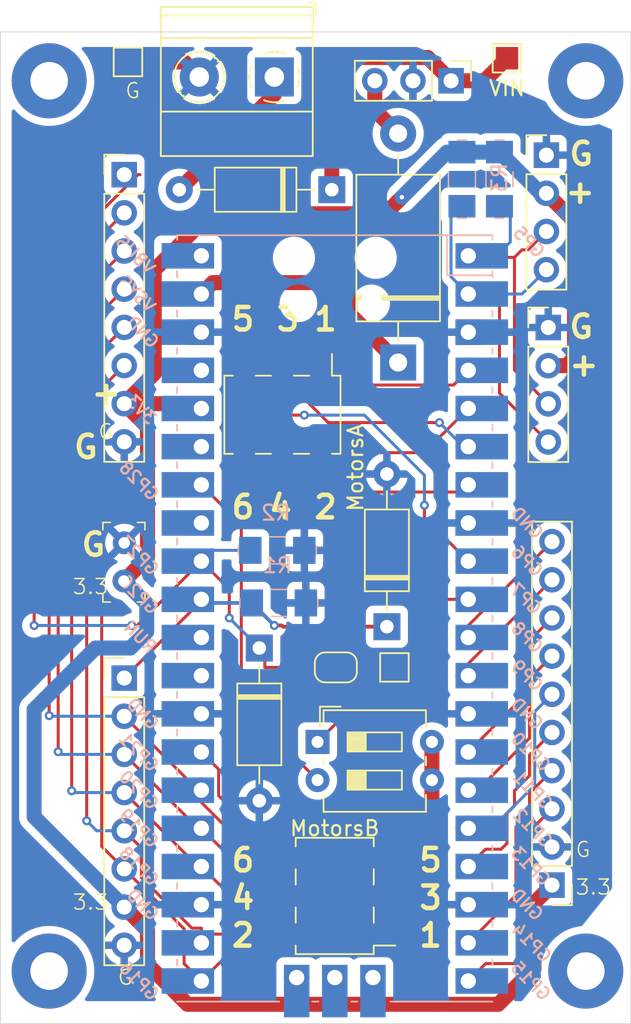
<source format=kicad_pcb>
(kicad_pcb (version 20240108) (generator "pcbnew") (generator_version "8.0")
  (layers (0 "F.Cu" signal) (31 "B.Cu" signal) (34 "B.Paste" user) (35 "F.Paste" user) (36 "B.SilkS" user "B.Silkscreen") (37 "F.SilkS" user "F.Silkscreen") (38 "B.Mask" user) (39 "F.Mask" user) (44 "Edge.Cuts" user))
  (net 0 "")
  (net 1 "+5V")
  (net 2 "Net-(D1-K)")
  (net 3 "GND")
  (net 4 "Net-(J1-Pin_10)")
  (net 5 "Net-(J1-Pin_7)")
  (net 6 "Net-(J1-Pin_6)")
  (net 7 "Net-(J1-Pin_4)")
  (net 8 "Net-(J1-Pin_5)")
  (net 9 "Net-(J1-Pin_8)")
  (net 10 "Net-(J1-Pin_3)")
  (net 11 "Net-(J1-Pin_9)")
  (net 12 "Net-(J2-Pin_2)")
  (net 13 "Net-(J2-Pin_4)")
  (net 14 "Net-(J2-Pin_3)")
  (net 15 "Net-(J2-Pin_6)")
  (net 16 "Net-(J2-Pin_5)")
  (net 17 "Net-(I2C1-Pin_4)")
  (net 22 "Net-(I2C1-Pin_3)")
  (net 27 "Net-(D2-A)")
  (net 28 "+3.3V")
  (net 29 "Net-(MotorsA1-Pin_4)")
  (net 30 "Net-(MotorsA1-Pin_2)")
  (net 31 "Net-(MotorsA1-Pin_3)")
  (net 32 "Net-(MotorsA1-Pin_1)")
  (net 33 "Net-(MotorsA1-Pin_5)")
  (net 34 "Net-(MotorsA1-Pin_6)")
  (net 35 "Net-(MotorsB1-Pin_6)")
  (net 36 "Net-(D3-K)")
  (net 37 "Net-(D4-K)")
  (net 38 "Net-(U1-GPIO28_ADC2)")
  (net 40 "Net-(D2-K)")
  (net 50 "Net-(JP1-A)")
  (footprint "Connector_PinHeader_2.54mm:PinHeader_1x04_P2.54mm_Vertical" (layer "F.Cu") (at 148.125 65.7)
    (property "Reference" "I2C1" (hide yes))
    (property "Value" "Conn_01x04_Pin" (hide yes))
  )
  (footprint "digikey-footprints:PinHeader_1x2_P2.54mm" (layer "F.Cu") (at 119.98 94.04 90)
    (property "Reference" "J4" (hide yes))
    (property "Value" "Conn_01x02_Socket" (hide yes))
  )
  (footprint "TestPoint:TestPoint_Pad_1.5x1.5mm" (layer "F.Cu") (at 145.5 59.25 180)
    (property "Reference" "VIN")
    (property "Value" "TestPoint" (hide yes))
  )
  (footprint "MountingHole:MountingHole_2.5mm_Pad" (layer "F.Cu") (at 150.75 60.75)
    (property "Reference" "H2" (hide yes))
    (property "Value" "MountingHole" (hide yes))
  )
  (footprint "TestPoint:TestPoint_Pad_1.5x1.5mm" (layer "F.Cu") (at 120.25 59.5 180)
    (property "Reference" "GND2" (hide yes))
    (property "Value" "TestPoint" (hide yes))
  )
  (footprint "Diode_THT:D_DO-27_P15.24mm_Horizontal" (layer "F.Cu") (at 138.25 79.5 90)
    (property "Reference" "D1" (hide yes))
    (property "Value" "D_Schottky" (hide yes))
  )
  (footprint "Connector_PinHeader_2.54mm:PinHeader_1x04_P2.54mm_Vertical" (layer "F.Cu") (at 148.25 77.17)
    (property "Reference" "I2C2" (hide yes))
    (property "Value" "Conn_01x04_Pin" (hide yes))
  )
  (footprint "Diode_THT:D_A-405_P10.16mm_Horizontal" (layer "F.Cu") (at 133.83 68 180)
    (property "Reference" "D2" (hide yes))
    (property "Value" "D")
  )
  (footprint "MountingHole:MountingHole_2.5mm_Pad" (layer "F.Cu") (at 115 60.75)
    (property "Reference" "H1" (hide yes))
    (property "Value" "MountingHole" (hide yes))
  )
  (footprint "Jumper:SolderJumper-2_P1.3mm_Open_RoundedPad1.0x1.5mm" (layer "F.Cu") (at 134.1 99.79 180)
    (property "Reference" "JP1" (hide yes))
    (property "Value" "SolderJumper_2_Open" (hide yes))
  )
  (footprint "Connector_PinHeader_2.54mm:PinHeader_1x08_P2.54mm_Vertical" (layer "F.Cu") (at 120 100.5)
    (property "Reference" "J2" (hide yes))
    (property "Value" "Conn_01x08_Socket" (hide yes))
  )
  (footprint "Connector_PinHeader_2.54mm:PinHeader_2x03_P2.54mm_Vertical_SMD" (layer "F.Cu") (at 130.54 82.975 -90)
    (property "Reference" "MotorsA")
    (property "Value" "Conn_01x06_Pin" (hide yes))
  )
  (footprint "MountingHole:MountingHole_2.5mm_Pad" (layer "F.Cu") (at 150.75 120)
    (property "Reference" "H4" (hide yes))
    (property "Value" "MountingHole" (hide yes))
  )
  (footprint "Connector_PinHeader_2.54mm:PinHeader_1x03_P2.54mm_Vertical" (layer "F.Cu") (at 141.775 60.75 -90)
    (property "Reference" "VReg1" (hide yes))
    (property "Value" "Conn_01x03_Pin" (hide yes))
  )
  (footprint "Button_Switch_THT:SW_DIP_SPSTx02_Slide_6.7x6.64mm_W7.62mm_P2.54mm_LowProfile" (layer "F.Cu") (at 132.88 104.75)
    (property "Reference" "SW2" (hide yes))
    (property "Value" "SW_DIP_x02" (hide yes))
  )
  (footprint "TestPoint:TestPoint_Pad_1.5x1.5mm" (layer "F.Cu") (at 138 99.79)
    (property "Reference" "SW1" (hide yes))
    (property "Value" "TestPoint" (hide yes))
  )
  (footprint "Connector_PinHeader_2.54mm:PinHeader_1x08_P2.54mm_Vertical" (layer "F.Cu") (at 120 67)
    (property "Reference" "J3" (hide yes))
    (property "Value" "Conn_01x08_Socket" (hide yes))
  )
  (footprint "Diode_THT:D_A-405_P10.16mm_Horizontal" (layer "F.Cu") (at 137.5 97.08 90)
    (property "Reference" "D4" (hide yes))
    (property "Value" "D" (hide yes))
  )
  (footprint "Diode_THT:D_A-405_P10.16mm_Horizontal" (layer "F.Cu") (at 129 98.5 -90)
    (property "Reference" "D3" (hide yes))
    (property "Value" "D")
  )
  (footprint "TerminalBlock_Phoenix:TerminalBlock_Phoenix_MKDS-1,5-2_1x02_P5.00mm_Horizontal" (layer "F.Cu") (at 130 60.5 180)
    (property "Reference" "Vin1" (hide yes))
    (property "Value" "Screw_Terminal_01x02" (hide yes))
  )
  (footprint "MountingHole:MountingHole_2.5mm_Pad" (layer "F.Cu") (at 115 120)
    (property "Reference" "H3" (hide yes))
    (property "Value" "MountingHole" (hide yes))
  )
  (footprint "Connector_PinHeader_2.54mm:PinHeader_1x10_P2.54mm_Vertical" (layer "F.Cu") (at 148.5 114.28 180)
    (property "Reference" "J1" (hide yes))
    (property "Value" "Conn_01x10_Socket" (hide yes))
  )
  (footprint "Connector_PinHeader_2.54mm:PinHeader_2x03_P2.54mm_Vertical_SMD" (layer "F.Cu") (at 134.025 115 180)
    (property "Reference" "MotorsB")
    (property "Value" "Conn_01x06_Pin" (hide yes))
  )
  (footprint "digikey-footprints:1206" (layer "B.Cu") (at 130.3 95.5 180)
    (property "Reference" "R1")
    (property "Value" "R" (hide yes))
  )
  (footprint "pico:RPi_Pico_SMD_TH" (layer "B.Cu") (at 134.029998 96.53 180)
    (property "Reference" "U1" (hide yes))
    (property "Value" "Pico")
  )
  (footprint "digikey-footprints:1206" (layer "B.Cu") (at 145 67.3 -90)
    (property "Reference" "R4" (hide yes))
    (property "Value" "R")
  )
  (footprint "digikey-footprints:1206" (layer "B.Cu") (at 130.2 92 180)
    (property "Reference" "R2")
    (property "Value" "R")
  )
  (footprint "digikey-footprints:1206" (layer "B.Cu") (at 142.5 67.3 90)
    (property "Reference" "R3")
    (property "Value" "R")
  )
  (gr_rect (start 111.75 57.5) (end 153.75 123.5) (stroke (width 0.05)) (fill none) (layer "Edge.Cuts"))
  (gr_text "G" (at 149.5 78 0) (layer "F.SilkS") (effects (font (size 1.5 1.5) (thickness 0.3) (bold yes)) (justify left bottom)))
  (gr_text "6" (at 127 113.5 0) (layer "F.SilkS") (effects (font (size 1.5 1.5) (thickness 0.3) (bold yes)) (justify left bottom)))
  (gr_text "5" (at 139.5 113.5 0) (layer "F.SilkS") (effects (font (size 1.5 1.5) (thickness 0.3) (bold yes)) (justify left bottom)))
  (gr_text "+" (at 149.5 80.5 0) (layer "F.SilkS") (effects (font (size 1.5 1.5) (thickness 0.3) (bold yes)) (justify left bottom)))
  (gr_text "1" (at 139.5 118.5 0) (layer "F.SilkS") (effects (font (size 1.5 1.5) (thickness 0.3) (bold yes)) (justify left bottom)))
  (gr_text "5" (at 127 77.5 0) (layer "F.SilkS") (effects (font (size 1.5 1.5) (thickness 0.3) (bold yes)) (justify left bottom)))
  (gr_text "G" (at 117 92.5 0) (layer "F.SilkS") (effects (font (size 1.5 1.5) (thickness 0.3) (bold yes)) (justify left bottom)))
  (gr_text "3" (at 139.5 116 0) (layer "F.SilkS") (effects (font (size 1.5 1.5) (thickness 0.3) (bold yes)) (justify left bottom)))
  (gr_text "1" (at 132.5 77.5 0) (layer "F.SilkS") (effects (font (size 1.5 1.5) (thickness 0.3) (bold yes)) (justify left bottom)))
  (gr_text "3" (at 130 77.5 0) (layer "F.SilkS") (effects (font (size 1.5 1.5) (thickness 0.3) (bold yes)) (justify left bottom)))
  (gr_text "+" (at 117.675 82.4 0) (layer "F.SilkS") (effects (font (size 1.5 1.5) (thickness 0.3) (bold yes)) (justify left bottom)))
  (gr_text "3.3" (at 116.5 116 0) (layer "F.SilkS") (effects (font (size 1 1) (thickness 0.1)) (justify left bottom)))
  (gr_text "3.3" (at 150 115 0) (layer "F.SilkS") (effects (font (size 1 1) (thickness 0.1)) (justify left bottom)))
  (gr_text "G" (at 116.5 86 0) (layer "F.SilkS") (effects (font (size 1.5 1.5) (thickness 0.3) (bold yes)) (justify left bottom)))
  (gr_text "+" (at 151.5 69 0) (layer "F.SilkS") (effects (font (size 1.5 1.5) (thickness 0.3) (bold yes)) (justify left bottom mirror)))
  (gr_text "G" (at 149.5 66.5 0) (layer "F.SilkS") (effects (font (size 1.5 1.5) (thickness 0.3) (bold yes)) (justify left bottom)))
  (gr_text "4" (at 129.5 90 0) (layer "F.SilkS") (effects (font (size 1.5 1.5) (thickness 0.3) (bold yes)) (justify left bottom)))
  (gr_text "G" (at 119.5 121 0) (layer "F.SilkS") (effects (font (size 1 1) (thickness 0.1)) (justify left bottom)))
  (gr_text "G" (at 120 62 0) (layer "F.SilkS") (effects (font (size 1 1) (thickness 0.1)) (justify left bottom)))
  (gr_text "G" (at 118.2 84.7 0) (layer "F.SilkS") (effects (font (size 1 1) (thickness 0.1)) (justify left bottom)))
  (gr_text "G" (at 150 112.5 0) (layer "F.SilkS") (effects (font (size 1 1) (thickness 0.1)) (justify left bottom)))
  (gr_text "4" (at 127 116 0) (layer "F.SilkS") (effects (font (size 1.5 1.5) (thickness 0.3) (bold yes)) (justify left bottom)))
  (gr_text "2" (at 127 118.5 0) (layer "F.SilkS") (effects (font (size 1.5 1.5) (thickness 0.3) (bold yes)) (justify left bottom)))
  (gr_text "3.3" (at 116.5 95 0) (layer "F.SilkS") (effects (font (size 1 1) (thickness 0.1)) (justify left bottom)))
  (gr_text "2" (at 132.5 90 0) (layer "F.SilkS") (effects (font (size 1.5 1.5) (thickness 0.3) (bold yes)) (justify left bottom)))
  (gr_text "6" (at 127 90 0) (layer "F.SilkS") (effects (font (size 1.5 1.5) (thickness 0.3) (bold yes)) (justify left bottom)))
  (segment (start 136.695 62.705) (end 138.25 64.26) (width 1) (layer "F.Cu") (net 1))
  (segment (start 136.695 60.75) (end 136.695 62.705) (width 1) (layer "F.Cu") (net 1))
  (segment (start 135.03 76.28) (end 135.03 75.175) (width 1) (layer "F.Cu") (net 2))
  (segment (start 138.25 79.5) (end 135.03 76.28) (width 1) (layer "F.Cu") (net 2))
  (segment (start 125.896998 74.183) (end 125.139998 74.94) (width 1) (layer "F.Cu") (net 2))
  (segment (start 135.03 75.175) (end 134.038 74.183) (width 1) (layer "F.Cu") (net 2))
  (segment (start 134.038 74.183) (end 125.896998 74.183) (width 1) (layer "F.Cu") (net 2))
  (segment (start 124 59.5) (end 124.151472 59.651472) (width 1) (layer "F.Cu") (net 3))
  (segment (start 120.25 59.5) (end 124 59.5) (width 1) (layer "F.Cu") (net 3))
  (segment (start 142.919998 97.8) (end 142.919998 97.000002) (width 0.2) (layer "F.Cu") (net 4))
  (segment (start 142.919998 97.000002) (end 148.5 91.42) (width 0.2) (layer "F.Cu") (net 4))
  (segment (start 143.54 107.96) (end 147 104.5) (width 0.2) (layer "F.Cu") (net 5))
  (segment (start 142.919998 107.96) (end 143.54 107.96) (width 0.2) (layer "F.Cu") (net 5))
  (segment (start 147 104.5) (end 147 100.54) (width 0.2) (layer "F.Cu") (net 5))
  (segment (start 147 100.54) (end 148.5 99.04) (width 0.2) (layer "F.Cu") (net 5))
  (segment (start 142.919998 110.5) (end 144.479998 110.5) (width 0.2) (layer "B.Cu") (net 6))
  (segment (start 144.479998 110.5) (end 147.35 107.629998) (width 0.2) (layer "B.Cu") (net 6))
  (segment (start 147.35 107.629998) (end 147.35 102.73) (width 0.2) (layer "B.Cu") (net 6))
  (segment (start 147.35 102.73) (end 148.5 101.58) (width 0.2) (layer "B.Cu") (net 6))
  (segment (start 146.1 114.939998) (end 146.1 110.4) (width 0.2) (layer "F.Cu") (net 7))
  (segment (start 147 108.16) (end 148.5 106.66) (width 0.2) (layer "F.Cu") (net 7))
  (segment (start 146.1 110.4) (end 147 109.5) (width 0.2) (layer "F.Cu") (net 7))
  (segment (start 147 109.5) (end 147 108.16) (width 0.2) (layer "F.Cu") (net 7))
  (segment (start 142.919998 118.12) (end 146.1 114.939998) (width 0.2) (layer "F.Cu") (net 7))
  (segment (start 145.5 111.5) (end 145.5 109.5) (width 0.2) (layer "F.Cu") (net 8))
  (segment (start 145.11 111.89) (end 145.5 111.5) (width 0.2) (layer "F.Cu") (net 8))
  (segment (start 146 109) (end 146 108) (width 0.2) (layer "F.Cu") (net 8))
  (segment (start 147 105.62) (end 148.5 104.12) (width 0.2) (layer "F.Cu") (net 8))
  (segment (start 142.919998 113.04) (end 144.069998 111.89) (width 0.2) (layer "F.Cu") (net 8))
  (segment (start 147 107) (end 147 105.62) (width 0.2) (layer "F.Cu") (net 8))
  (segment (start 146 108) (end 147 107) (width 0.2) (layer "F.Cu") (net 8))
  (segment (start 144.069998 111.89) (end 145.11 111.89) (width 0.2) (layer "F.Cu") (net 8))
  (segment (start 145.5 109.5) (end 146 109) (width 0.2) (layer "F.Cu") (net 8))
  (segment (start 142.919998 105.42) (end 146.6 101.739998) (width 0.2) (layer "F.Cu") (net 9))
  (segment (start 146.6 101.739998) (end 146.6 98.4) (width 0.2) (layer "F.Cu") (net 9))
  (segment (start 146.6 98.4) (end 148.5 96.5) (width 0.2) (layer "F.Cu") (net 9))
  (segment (start 146.5 111.2) (end 146.5 119.5) (width 0.2) (layer "F.Cu") (net 10))
  (segment (start 146.5 119.5) (end 144.079998 119.5) (width 0.2) (layer "F.Cu") (net 10))
  (segment (start 144.079998 119.5) (end 142.919998 120.66) (width 0.2) (layer "F.Cu") (net 10))
  (segment (start 148.5 109.2) (end 146.5 111.2) (width 0.2) (layer "F.Cu") (net 10))
  (segment (start 142.919998 100.34) (end 142.919998 99.540002) (width 0.2) (layer "F.Cu") (net 11))
  (segment (start 142.919998 99.540002) (end 148.5 93.96) (width 0.2) (layer "F.Cu") (net 11))
  (segment (start 115 74.54) (end 120 69.54) (width 0.2) (layer "F.Cu") (net 12))
  (segment (start 136.55 112.46) (end 135.75 113.26) (width 0.2) (layer "F.Cu") (net 12))
  (segment (start 124.92 107.96) (end 120 103.04) (width 0.2) (layer "F.Cu") (net 12))
  (segment (start 115 103) (end 115 74.54) (width 0.2) (layer "F.Cu") (net 12))
  (segment (start 125.139998 108.774998) (end 125.139998 107.96) (width 0.2) (layer "F.Cu") (net 12))
  (segment (start 129.625 113.26) (end 125.139998 108.774998) (width 0.2) (layer "F.Cu") (net 12))
  (segment (start 135.75 113.26) (end 129.625 113.26) (width 0.2) (layer "F.Cu") (net 12))
  (segment (start 125.139998 107.96) (end 124.92 107.96) (width 0.2) (layer "F.Cu") (net 12))
  (via (at 115 103) (size 0.6) (drill 0.3) (layers "F.Cu" "B.Cu") (net 12))
  (segment (start 120 103.04) (end 116.5 103.04) (width 0.2) (layer "B.Cu") (net 12))
  (segment (start 115.04 103.04) (end 115 103) (width 0.2) (layer "B.Cu") (net 12))
  (segment (start 116.5 103.04) (end 115.04 103.04) (width 0.2) (layer "B.Cu") (net 12))
  (segment (start 136.55 115) (end 135.75 115.8) (width 0.2) (layer "F.Cu") (net 13))
  (segment (start 116.5 78.12) (end 120 74.62) (width 0.2) (layer "F.Cu") (net 13))
  (segment (start 127.899998 115.8) (end 125.139998 113.04) (width 0.2) (layer "F.Cu") (net 13))
  (segment (start 116.5 108) (end 116.5 78.12) (width 0.2) (layer "F.Cu") (net 13))
  (segment (start 135.75 115.8) (end 127.899998 115.8) (width 0.2) (layer "F.Cu") (net 13))
  (segment (start 125.139998 113.04) (end 124.92 113.04) (width 0.2) (layer "F.Cu") (net 13))
  (segment (start 124.92 113.04) (end 120 108.12) (width 0.2) (layer "F.Cu") (net 13))
  (via (at 116.5 108) (size 0.6) (drill 0.3) (layers "F.Cu" "B.Cu") (net 13))
  (segment (start 116.62 108.12) (end 116.5 108) (width 0.2) (layer "B.Cu") (net 13))
  (segment (start 120 108.12) (end 116.62 108.12) (width 0.2) (layer "B.Cu") (net 13))
  (segment (start 120 72.08) (end 115.6 76.48) (width 0.2) (layer "F.Cu") (net 14))
  (segment (start 115.6 76.48) (end 115.6 105.4) (width 0.2) (layer "F.Cu") (net 14))
  (segment (start 125.139998 110.5) (end 124.92 110.5) (width 0.2) (layer "F.Cu") (net 14))
  (segment (start 129.639998 115) (end 125.139998 110.5) (width 0.2) (layer "F.Cu") (net 14))
  (segment (start 131.5 115) (end 129.639998 115) (width 0.2) (layer "F.Cu") (net 14))
  (segment (start 124.92 110.5) (end 120 105.58) (width 0.2) (layer "F.Cu") (net 14))
  (via (at 115.6 105.4) (size 0.6) (drill 0.3) (layers "F.Cu" "B.Cu") (net 14))
  (segment (start 115.78 105.58) (end 120 105.58) (width 0.2) (layer "B.Cu") (net 14))
  (segment (start 115.6 105.4) (end 115.78 105.58) (width 0.2) (layer "B.Cu") (net 14))
  (segment (start 118.5 111.7) (end 118.5 81.2) (width 0.2) (layer "F.Cu") (net 15))
  (segment (start 135.75 118.34) (end 127.459998 118.34) (width 0.2) (layer "F.Cu") (net 15))
  (segment (start 120 113.2) (end 118.5 111.7) (width 0.2) (layer "F.Cu") (net 15))
  (segment (start 127.459998 118.34) (end 125.139998 120.66) (width 0.2) (layer "F.Cu") (net 15))
  (segment (start 123.989998 117.189998) (end 120 113.2) (width 0.2) (layer "F.Cu") (net 15))
  (segment (start 125.139998 120.66) (end 123.989998 119.51) (width 0.2) (layer "F.Cu") (net 15))
  (segment (start 118.5 81.2) (end 120 79.7) (width 0.2) (layer "F.Cu") (net 15))
  (segment (start 136.55 117.54) (end 135.75 118.34) (width 0.2) (layer "F.Cu") (net 15))
  (segment (start 123.989998 119.51) (end 123.989998 117.189998) (width 0.2) (layer "F.Cu") (net 15))
  (segment (start 121.15 111.81) (end 120 110.66) (width 0.2) (layer "F.Cu") (net 16))
  (segment (start 131.5 117.54) (end 125.719998 117.54) (width 0.2) (layer "F.Cu") (net 16))
  (segment (start 125.139998 117.139998) (end 124.505684 117.139998) (width 0.2) (layer "F.Cu") (net 16))
  (segment (start 120 77.16) (end 117.5 79.66) (width 0.2) (layer "F.Cu") (net 16))
  (segment (start 124.505684 117.139998) (end 121.15 113.784314) (width 0.2) (layer "F.Cu") (net 16))
  (segment (start 125.719998 117.54) (end 125.139998 118.12) (width 0.2) (layer "F.Cu") (net 16))
  (segment (start 125.139998 118.12) (end 125.139998 117.139998) (width 0.2) (layer "F.Cu") (net 16))
  (segment (start 121.15 113.784314) (end 121.15 111.81) (width 0.2) (layer "F.Cu") (net 16))
  (segment (start 117.5 79.66) (end 117.5 110) (width 0.2) (layer "F.Cu") (net 16))
  (via (at 117.5 110) (size 0.6) (drill 0.3) (layers "F.Cu" "B.Cu") (net 16))
  (segment (start 117.5 110) (end 118.16 110.66) (width 0.2) (layer "B.Cu") (net 16))
  (segment (start 118.16 110.66) (end 120 110.66) (width 0.2) (layer "B.Cu") (net 16))
  (segment (start 148.25 84.79) (end 145 81.54) (width 0.2) (layer "F.Cu") (net 17))
  (segment (start 145 81.54) (end 145 75) (width 0.2) (layer "F.Cu") (net 17))
  (segment (start 142.919998 74.94) (end 144.94 74.94) (width 0.2) (layer "F.Cu") (net 17))
  (segment (start 144.94 74.94) (end 145 75) (width 0.2) (layer "F.Cu") (net 17))
  (segment (start 142.5 69.1) (end 141.769998 69.830002) (width 0.2) (layer "B.Cu") (net 17))
  (segment (start 141.769998 69.830002) (end 141.769998 73.79) (width 0.2) (layer "B.Cu") (net 17))
  (segment (start 142.919998 74.94) (end 146.505 74.94) (width 0.2) (layer "B.Cu") (net 17))
  (segment (start 141.769998 73.79) (end 142.919998 74.94) (width 0.2) (layer "B.Cu") (net 17))
  (segment (start 146.505 74.94) (end 148.125 73.32) (width 0.2) (layer "B.Cu") (net 17))
  (segment (start 146 72.5) (end 143.019998 72.5) (width 0.2) (layer "F.Cu") (net 22))
  (segment (start 148.25 82.25) (end 146 80) (width 0.2) (layer "F.Cu") (net 22))
  (segment (start 146 72.5) (end 146.5 72) (width 0.2) (layer "F.Cu") (net 22))
  (segment (start 143.019998 72.5) (end 142.919998 72.4) (width 0.2) (layer "F.Cu") (net 22))
  (segment (start 146.905 72) (end 148.125 70.78) (width 0.2) (layer "F.Cu") (net 22))
  (segment (start 146.5 72) (end 146.905 72) (width 0.2) (layer "F.Cu") (net 22))
  (segment (start 146 80) (end 146 72.5) (width 0.2) (layer "F.Cu") (net 22))
  (segment (start 145 69.1) (end 145.72 69.82) (width 0.2) (layer "B.Cu") (net 22))
  (segment (start 145.72 69.82) (end 145.72 71.485685) (width 0.2) (layer "B.Cu") (net 22))
  (segment (start 144.805685 72.4) (end 142.919998 72.4) (width 0.2) (layer "B.Cu") (net 22))
  (segment (start 145.72 71.485685) (end 144.805685 72.4) (width 0.2) (layer "B.Cu") (net 22))
  (segment (start 130 61.67) (end 123.67 68) (width 1) (layer "F.Cu") (net 27))
  (segment (start 125 66.67) (end 123.67 68) (width 1) (layer "F.Cu") (net 27))
  (segment (start 130 60.5) (end 130 61.67) (width 1) (layer "F.Cu") (net 27))
  (segment (start 121.55 92.47) (end 119.98 94.04) (width 1) (layer "F.Cu") (net 28))
  (segment (start 124.21 122.21) (end 121.55 119.55) (width 1) (layer "F.Cu") (net 28))
  (segment (start 144.921371 122.21) (end 141 122.21) (width 1) (layer "F.Cu") (net 28))
  (segment (start 150 79.162081) (end 150 70.115) (width 1) (layer "F.Cu") (net 28))
  (segment (start 140.5 107.29) (end 140.5 104.75) (width 1) (layer "F.Cu") (net 28))
  (segment (start 148.25 79.71) (end 149.452081 79.71) (width 1) (layer "F.Cu") (net 28))
  (segment (start 147.3 119.831371) (end 144.921371 122.21) (width 1) (layer "F.Cu") (net 28))
  (segment (start 137.4 69.6) (end 125.747966 69.6) (width 1) (layer "F.Cu") (net 28))
  (segment (start 122 80.24) (end 120 82.24) (width 1) (layer "F.Cu") (net 28))
  (segment (start 124.819998 82.24) (end 125.139998 82.56) (width 1) (layer "F.Cu") (net 28))
  (segment (start 141 122.21) (end 124.21 122.21) (width 1) (layer "F.Cu") (net 28))
  (segment (start 148.5 114.28) (end 147.3 115.48) (width 1) (layer "F.Cu") (net 28))
  (segment (start 138.5 68.5) (end 137.4 69.6) (width 1) (layer "F.Cu") (net 28))
  (segment (start 147.3 115.48) (end 147.3 119.831371) (width 1) (layer "F.Cu") (net 28))
  (segment (start 121.55 117.29) (end 120 115.74) (width 1) (layer "F.Cu") (net 28))
  (segment (start 140.5 121.71) (end 140.5 107.29) (width 1) (layer "F.Cu") (net 28))
  (segment (start 122 73.347966) (end 122 80.24) (width 1) (layer "F.Cu") (net 28))
  (segment (start 150 70.115) (end 148.125 68.24) (width 1) (layer "F.Cu") (net 28))
  (segment (start 125.747966 69.6) (end 122 73.347966) (width 1) (layer "F.Cu") (net 28))
  (segment (start 141 122.21) (end 140.5 121.71) (width 1) (layer "F.Cu") (net 28))
  (segment (start 121.55 83.79) (end 121.55 92.47) (width 1) (layer "F.Cu") (net 28))
  (segment (start 120 82.24) (end 121.55 83.79) (width 1) (layer "F.Cu") (net 28))
  (segment (start 121.55 119.55) (end 121.55 117.29) (width 1) (layer "F.Cu") (net 28))
  (segment (start 120 82.24) (end 124.819998 82.24) (width 1) (layer "F.Cu") (net 28))
  (segment (start 149.452081 79.71) (end 150 79.162081) (width 1) (layer "F.Cu") (net 28))
  (via (at 138.5 68.5) (size 0.6) (drill 0.3) (layers "F.Cu" "B.Cu") (net 28))
  (segment (start 121.5 95.56) (end 121.5 97.414214) (width 1) (layer "B.Cu") (net 28))
  (segment (start 147.74 68.24) (end 148.125 68.24) (width 1) (layer "B.Cu") (net 28))
  (segment (start 115.13 110.87) (end 120 115.74) (width 1) (layer "B.Cu") (net 28))
  (segment (start 145 65.5) (end 142.5 65.5) (width 1) (layer "B.Cu") (net 28))
  (segment (start 114 109.74) (end 115.13 110.87) (width 1) (layer "B.Cu") (net 28))
  (segment (start 120.414214 98.5) (end 118.085786 98.5) (width 1) (layer "B.Cu") (net 28))
  (segment (start 142.5 65.5) (end 141.5 65.5) (width 1) (layer "B.Cu") (net 28))
  (segment (start 118.085786 98.5) (end 114 102.585786) (width 1) (layer "B.Cu") (net 28))
  (segment (start 145 65.5) (end 147.74 68.24) (width 1) (layer "B.Cu") (net 28))
  (segment (start 141.5 65.5) (end 138.5 68.5) (width 1) (layer "B.Cu") (net 28))
  (segment (start 121.5 97.414214) (end 120.414214 98.5) (width 1) (layer "B.Cu") (net 28))
  (segment (start 119.98 94.04) (end 121.5 95.56) (width 1) (layer "B.Cu") (net 28))
  (segment (start 114 102.585786) (end 114 109.74) (width 1) (layer "B.Cu") (net 28))
  (segment (start 133.025 88.12) (end 142.439998 88.12) (width 0.2) (layer "F.Cu") (net 29))
  (segment (start 130.54 85.5) (end 130.54 85.635) (width 0.2) (layer "F.Cu") (net 29))
  (segment (start 130.54 85.635) (end 133.025 88.12) (width 0.2) (layer "F.Cu") (net 29))
  (segment (start 142.439998 88.12) (end 142.919998 87.64) (width 0.2) (layer "F.Cu") (net 29))
  (segment (start 139.979998 85.5) (end 142.919998 82.56) (width 0.2) (layer "F.Cu") (net 30))
  (segment (start 133.08 85.5) (end 139.979998 85.5) (width 0.2) (layer "F.Cu") (net 30))
  (segment (start 133.59 83.5) (end 141 83.5) (width 0.2) (layer "F.Cu") (net 31))
  (segment (start 130.54 80.45) (end 133.59 83.5) (width 0.2) (layer "F.Cu") (net 31))
  (via (at 141 83.5) (size 0.6) (drill 0.3) (layers "F.Cu" "B.Cu") (net 31))
  (segment (start 142.6 85.1) (end 142.919998 85.1) (width 0.2) (layer "B.Cu") (net 31))
  (segment (start 141 83.5) (end 142.6 85.1) (width 0.2) (layer "B.Cu") (net 31))
  (segment (start 133.63 81) (end 141.939998 81) (width 0.2) (layer "F.Cu") (net 32))
  (segment (start 133.08 80.45) (end 133.63 81) (width 0.2) (layer "F.Cu") (net 32))
  (segment (start 141.939998 81) (end 142.919998 80.02) (width 0.2) (layer "F.Cu") (net 32))
  (segment (start 128 81.525) (end 129.475 83) (width 0.2) (layer "F.Cu") (net 33))
  (segment (start 128 80.45) (end 128 81.525) (width 0.2) (layer "F.Cu") (net 33))
  (segment (start 140 89.800002) (end 142.919998 92.72) (width 0.2) (layer "F.Cu") (net 33))
  (segment (start 140 89) (end 140 89.800002) (width 0.2) (layer "F.Cu") (net 33))
  (segment (start 129.475 83) (end 132 83) (width 0.2) (layer "F.Cu") (net 33))
  (via (at 140 89) (size 0.6) (drill 0.3) (layers "F.Cu" "B.Cu") (net 33))
  (via (at 132 83) (size 0.6) (drill 0.3) (layers "F.Cu" "B.Cu") (net 33))
  (segment (start 136 83) (end 137.75 84.75) (width 0.2) (layer "B.Cu") (net 33))
  (segment (start 132 83) (end 136 83) (width 0.2) (layer "B.Cu") (net 33))
  (segment (start 140 87) (end 140 89) (width 0.2) (layer "B.Cu") (net 33))
  (segment (start 137.75 84.75) (end 140 87) (width 0.2) (layer "B.Cu") (net 33))
  (segment (start 137.76 95.26) (end 142.919998 95.26) (width 0.2) (layer "F.Cu") (net 34))
  (segment (start 128 85.5) (end 137.76 95.26) (width 0.2) (layer "F.Cu") (net 34))
  (segment (start 130.425 112.46) (end 126.289998 108.324998) (width 0.2) (layer "F.Cu") (net 35))
  (segment (start 126.289998 108.324998) (end 126.289998 106.57) (width 0.2) (layer "F.Cu") (net 35))
  (segment (start 126.289998 106.57) (end 125.139998 105.42) (width 0.2) (layer "F.Cu") (net 35))
  (segment (start 131.5 112.46) (end 130.425 112.46) (width 0.2) (layer "F.Cu") (net 35))
  (segment (start 133.45 99.79) (end 129.37 99.79) (width 0.2) (layer "F.Cu") (net 36))
  (segment (start 121.05 67) (end 120.913654 67) (width 0.2) (layer "F.Cu") (net 36))
  (segment (start 120.859998 97) (end 125.139998 92.72) (width 0.2) (layer "F.Cu") (net 36))
  (segment (start 129.37 98.87) (end 129 98.5) (width 0.2) (layer "F.Cu") (net 36))
  (segment (start 120.913654 67) (end 114 73.913654) (width 0.2) (layer "F.Cu") (net 36))
  (segment (start 120 67) (end 121.05 67) (width 0.2) (layer "F.Cu") (net 36))
  (segment (start 127 96.5) (end 127 94.580002) (width 0.2) (layer "F.Cu") (net 36))
  (segment (start 120.5 97) (end 120.859998 97) (width 0.2) (layer "F.Cu") (net 36))
  (segment (start 127 94.580002) (end 125.139998 92.72) (width 0.2) (layer "F.Cu") (net 36))
  (segment (start 129.37 99.79) (end 129.37 98.87) (width 0.2) (layer "F.Cu") (net 36))
  (segment (start 114 73.913654) (end 114 97) (width 0.2) (layer "F.Cu") (net 36))
  (via (at 120.5 97) (size 0.6) (drill 0.3) (layers "F.Cu" "B.Cu") (net 36))
  (via (at 114 97) (size 0.6) (drill 0.3) (layers "F.Cu" "B.Cu") (net 36))
  (via (at 127 96.5) (size 0.6) (drill 0.3) (layers "F.Cu" "B.Cu") (net 36))
  (segment (start 125.139998 92.72) (end 125.859998 92) (width 0.2) (layer "B.Cu") (net 36))
  (segment (start 125.859998 92) (end 128.4 92) (width 0.2) (layer "B.Cu") (net 36))
  (segment (start 129 98.5) (end 127 96.5) (width 0.2) (layer "B.Cu") (net 36))
  (segment (start 114 97) (end 120.5 97) (width 0.2) (layer "B.Cu") (net 36))
  (segment (start 123.579998 92.72) (end 125.139998 92.72) (width 0.2) (layer "B.Cu") (net 36))
  (segment (start 127 96.5) (end 126.91 96.41) (width 0.2) (layer "B.Cu") (net 36))
  (segment (start 130 97) (end 130.5 97) (width 0.25) (layer "F.Cu") (net 37))
  (segment (start 120 100.5) (end 125.139998 95.360002) (width 0.2) (layer "F.Cu") (net 37))
  (segment (start 130.58 97.08) (end 137.5 97.08) (width 0.25) (layer "F.Cu") (net 37))
  (segment (start 130.5 97) (end 130.58 97.08) (width 0.25) (layer "F.Cu") (net 37))
  (segment (start 125.139998 95.360002) (end 125.139998 95.26) (width 0.2) (layer "F.Cu") (net 37))
  (via (at 130 97) (size 0.6) (drill 0.3) (layers "F.Cu" "B.Cu") (net 37))
  (segment (start 130 97) (end 128.5 95.5) (width 0.25) (layer "B.Cu") (net 37))
  (segment (start 128.5 95.5) (end 125.379998 95.5) (width 0.25) (layer "B.Cu") (net 37))
  (segment (start 125.379998 95.5) (end 125.139998 95.26) (width 1) (layer "B.Cu") (net 37))
  (segment (start 137.5 97.08) (end 137.48 97.1) (width 1) (layer "B.Cu") (net 37))
  (segment (start 130.1 97.1) (end 130 97) (width 0.25) (layer "B.Cu") (net 37))
  (segment (start 127.8 90.300002) (end 125.139998 87.64) (width 0.2) (layer "F.Cu") (net 38))
  (segment (start 127.8 102.21) (end 127.8 90.300002) (width 0.2) (layer "F.Cu") (net 38))
  (segment (start 132.88 107.29) (end 127.8 102.21) (width 0.2) (layer "F.Cu") (net 38))
  (segment (start 141.775 60.75) (end 144 60.75) (width 1) (layer "F.Cu") (net 40))
  (segment (start 133.83 68) (end 133.83 60.17) (width 1) (layer "F.Cu") (net 40))
  (segment (start 144 60.75) (end 145.5 59.25) (width 1) (layer "F.Cu") (net 40))
  (segment (start 134.8 59.2) (end 140.225 59.2) (width 1) (layer "F.Cu") (net 40))
  (segment (start 133.83 60.17) (end 134.8 59.2) (width 1) (layer "F.Cu") (net 40))
  (segment (start 140.225 59.2) (end 141.775 60.75) (width 1) (layer "F.Cu") (net 40))
  (segment (start 134.75 99.79) (end 138 99.79) (width 0.2) (layer "F.Cu") (net 50))
  (segment (start 134.75 99.79) (end 134.75 102.88) (width 0.2) (layer "F.Cu") (net 50))
  (segment (start 134.75 102.88) (end 132.88 104.75) (width 0.2) (layer "F.Cu") (net 50))
  (zone (net 3) (net_name "GND") (layer "B.Cu") (connect_pads (clearance 0.5)) (min_thickness 0.25) (fill yes (thermal_gap 0.5) (thermal_bridge_width 0.5))
    (polygon (pts (xy 112.5 58.5) (xy 112.5 122) (xy 146.5 122) (xy 152.5 114.5) (xy 152.5 64) (xy 139.5 58.5) (xy 117.5 58.5)))
  )
)
</source>
